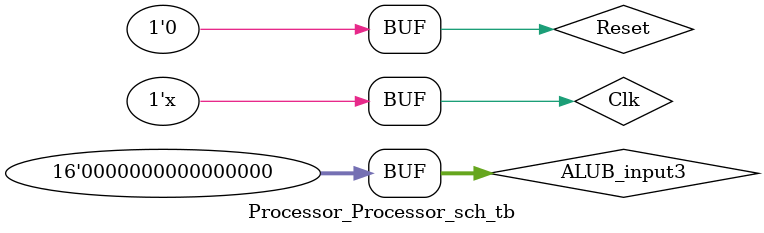
<source format=v>

`timescale 1ns / 1ps

module Processor_Processor_sch_tb();

// Inputs
   reg Clk;
   reg Reset;
   reg [15:0] MULT;
   reg [15:0] ALUB_input3;
   reg [15:0] PCSource3;

// Output

// Bidirs

// Instantiate the UUT
   Processor UUT (
		.Clk(Clk), 
		.Reset(Reset), 
		.ALUB_input3(ALUB_input3), 
		.PCSource3(PCSource3)
   );
// Initialize Inputs
	initial begin
		Clk = 0;
		ALUB_input3 = 0;
		
		Reset = 1;
		#50;
		Reset = 0;

	end
	
	always #10 Clk = ~Clk;
	
endmodule

</source>
